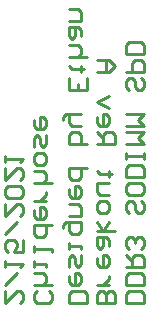
<source format=gbr>
%TF.GenerationSoftware,Altium Limited,Altium Designer,20.1.14 (287)*%
G04 Layer_Color=32896*
%FSLAX26Y26*%
%MOIN*%
%TF.SameCoordinates,6A0BC998-17C7-4340-AACC-798D36D37454*%
%TF.FilePolarity,Positive*%
%TF.FileFunction,Legend,Bot*%
%TF.Part,Single*%
G01*
G75*
%TA.AperFunction,NonConductor*%
%ADD18C,0.010000*%
D18*
X1613881Y3020000D02*
X1553900D01*
Y3049990D01*
X1563897Y3059987D01*
X1603884D01*
X1613881Y3049990D01*
Y3020000D01*
Y3079981D02*
X1553900D01*
Y3109971D01*
X1563897Y3119968D01*
X1603884D01*
X1613881Y3109971D01*
Y3079981D01*
X1553900Y3139961D02*
X1613881D01*
Y3169952D01*
X1603884Y3179948D01*
X1583891D01*
X1573894Y3169952D01*
Y3139961D01*
Y3159955D02*
X1553900Y3179948D01*
X1603884Y3199942D02*
X1613881Y3209939D01*
Y3229932D01*
X1603884Y3239929D01*
X1593888D01*
X1583891Y3229932D01*
Y3219935D01*
Y3229932D01*
X1573894Y3239929D01*
X1563897D01*
X1553900Y3229932D01*
Y3209939D01*
X1563897Y3199942D01*
X1603884Y3359890D02*
X1613881Y3349893D01*
Y3329900D01*
X1603884Y3319903D01*
X1593888D01*
X1583891Y3329900D01*
Y3349893D01*
X1573894Y3359890D01*
X1563897D01*
X1553900Y3349893D01*
Y3329900D01*
X1563897Y3319903D01*
X1613881Y3409874D02*
Y3389881D01*
X1603884Y3379884D01*
X1563897D01*
X1553900Y3389881D01*
Y3409874D01*
X1563897Y3419871D01*
X1603884D01*
X1613881Y3409874D01*
Y3439864D02*
X1553900D01*
Y3469855D01*
X1563897Y3479851D01*
X1603884D01*
X1613881Y3469855D01*
Y3439864D01*
Y3499845D02*
Y3519838D01*
Y3509842D01*
X1553900D01*
Y3499845D01*
Y3519838D01*
Y3549829D02*
X1613881D01*
X1593888Y3569822D01*
X1613881Y3589816D01*
X1553900D01*
Y3609809D02*
X1613881D01*
X1593888Y3629803D01*
X1613881Y3649796D01*
X1553900D01*
X1603884Y3769758D02*
X1613881Y3759761D01*
Y3739767D01*
X1603884Y3729771D01*
X1593888D01*
X1583891Y3739767D01*
Y3759761D01*
X1573894Y3769758D01*
X1563897D01*
X1553900Y3759761D01*
Y3739767D01*
X1563897Y3729771D01*
X1553900Y3789751D02*
X1613881D01*
Y3819741D01*
X1603884Y3829738D01*
X1583891D01*
X1573894Y3819741D01*
Y3789751D01*
X1613881Y3849732D02*
X1553900D01*
Y3879722D01*
X1563897Y3889719D01*
X1603884D01*
X1613881Y3879722D01*
Y3849732D01*
X1517904Y3020000D02*
X1457924D01*
Y3049990D01*
X1467920Y3059987D01*
X1477917D01*
X1487914Y3049990D01*
Y3020000D01*
Y3049990D01*
X1497911Y3059987D01*
X1507908D01*
X1517904Y3049990D01*
Y3020000D01*
X1497911Y3079981D02*
X1457924D01*
X1477917D01*
X1487914Y3089977D01*
X1497911Y3099974D01*
Y3109971D01*
X1457924Y3169952D02*
Y3149958D01*
X1467920Y3139961D01*
X1487914D01*
X1497911Y3149958D01*
Y3169952D01*
X1487914Y3179948D01*
X1477917D01*
Y3139961D01*
X1497911Y3209939D02*
Y3229932D01*
X1487914Y3239929D01*
X1457924D01*
Y3209939D01*
X1467920Y3199942D01*
X1477917Y3209939D01*
Y3239929D01*
X1457924Y3259923D02*
X1517904D01*
X1477917D02*
X1497911Y3289913D01*
X1477917Y3259923D02*
X1457924Y3289913D01*
Y3329900D02*
Y3349893D01*
X1467920Y3359890D01*
X1487914D01*
X1497911Y3349893D01*
Y3329900D01*
X1487914Y3319903D01*
X1467920D01*
X1457924Y3329900D01*
X1497911Y3379884D02*
X1467920D01*
X1457924Y3389881D01*
Y3419871D01*
X1497911D01*
X1507908Y3449861D02*
X1497911D01*
Y3439864D01*
Y3459858D01*
Y3449861D01*
X1467920D01*
X1457924Y3459858D01*
Y3549829D02*
X1517904D01*
Y3579819D01*
X1507908Y3589816D01*
X1487914D01*
X1477917Y3579819D01*
Y3549829D01*
Y3569822D02*
X1457924Y3589816D01*
Y3639800D02*
Y3619806D01*
X1467920Y3609809D01*
X1487914D01*
X1497911Y3619806D01*
Y3639800D01*
X1487914Y3649796D01*
X1477917D01*
Y3609809D01*
X1497911Y3669790D02*
X1457924Y3689783D01*
X1497911Y3709777D01*
X1457924Y3789751D02*
X1497911D01*
X1517904Y3809745D01*
X1497911Y3829738D01*
X1457924D01*
X1487914D01*
Y3789751D01*
X1421928Y3020000D02*
X1361947D01*
Y3049990D01*
X1371944Y3059987D01*
X1411931D01*
X1421928Y3049990D01*
Y3020000D01*
X1361947Y3109971D02*
Y3089977D01*
X1371944Y3079981D01*
X1391937D01*
X1401934Y3089977D01*
Y3109971D01*
X1391937Y3119968D01*
X1381940D01*
Y3079981D01*
X1361947Y3139961D02*
Y3169952D01*
X1371944Y3179948D01*
X1381940Y3169952D01*
Y3149958D01*
X1391937Y3139961D01*
X1401934Y3149958D01*
Y3179948D01*
X1361947Y3199942D02*
Y3219935D01*
Y3209939D01*
X1401934D01*
Y3199942D01*
X1341954Y3269919D02*
Y3279916D01*
X1351950Y3289913D01*
X1401934D01*
Y3259923D01*
X1391937Y3249926D01*
X1371944D01*
X1361947Y3259923D01*
Y3289913D01*
Y3309906D02*
X1401934D01*
Y3339897D01*
X1391937Y3349893D01*
X1361947D01*
Y3399877D02*
Y3379884D01*
X1371944Y3369887D01*
X1391937D01*
X1401934Y3379884D01*
Y3399877D01*
X1391937Y3409874D01*
X1381940D01*
Y3369887D01*
X1421928Y3469855D02*
X1361947D01*
Y3439864D01*
X1371944Y3429867D01*
X1391937D01*
X1401934Y3439864D01*
Y3469855D01*
X1421928Y3549829D02*
X1361947D01*
Y3579819D01*
X1371944Y3589816D01*
X1381940D01*
X1391937D01*
X1401934Y3579819D01*
Y3549829D01*
Y3609809D02*
X1371944D01*
X1361947Y3619806D01*
Y3649796D01*
X1351950D01*
X1341954Y3639800D01*
Y3629803D01*
X1361947Y3649796D02*
X1401934D01*
X1421928Y3769758D02*
Y3729771D01*
X1361947D01*
Y3769758D01*
X1391937Y3729771D02*
Y3749764D01*
X1411931Y3799748D02*
X1401934D01*
Y3789751D01*
Y3809745D01*
Y3799748D01*
X1371944D01*
X1361947Y3809745D01*
X1421928Y3839735D02*
X1361947D01*
X1391937D01*
X1401934Y3849732D01*
Y3869725D01*
X1391937Y3879722D01*
X1361947D01*
X1401934Y3909712D02*
Y3929706D01*
X1391937Y3939703D01*
X1361947D01*
Y3909712D01*
X1371944Y3899715D01*
X1381940Y3909712D01*
Y3939703D01*
X1361947Y3959696D02*
X1401934D01*
Y3989686D01*
X1391937Y3999683D01*
X1361947D01*
X1295961Y3059987D02*
X1305957Y3049990D01*
Y3029997D01*
X1295961Y3020000D01*
X1255974D01*
X1245977Y3029997D01*
Y3049990D01*
X1255974Y3059987D01*
X1305957Y3079981D02*
X1245977D01*
X1275967D01*
X1285964Y3089977D01*
Y3109971D01*
X1275967Y3119968D01*
X1245977D01*
Y3139961D02*
Y3159955D01*
Y3149958D01*
X1285964D01*
Y3139961D01*
X1245977Y3189945D02*
Y3209939D01*
Y3199942D01*
X1305957D01*
Y3189945D01*
Y3279916D02*
X1245977D01*
Y3249926D01*
X1255974Y3239929D01*
X1275967D01*
X1285964Y3249926D01*
Y3279916D01*
X1245977Y3329900D02*
Y3309906D01*
X1255974Y3299910D01*
X1275967D01*
X1285964Y3309906D01*
Y3329900D01*
X1275967Y3339897D01*
X1265970D01*
Y3299910D01*
X1285964Y3359890D02*
X1245977D01*
X1265970D01*
X1275967Y3369887D01*
X1285964Y3379884D01*
Y3389880D01*
X1305957Y3419871D02*
X1245977D01*
X1275967D01*
X1285964Y3429867D01*
Y3449861D01*
X1275967Y3459858D01*
X1245977D01*
Y3489848D02*
Y3509842D01*
X1255974Y3519838D01*
X1275967D01*
X1285964Y3509842D01*
Y3489848D01*
X1275967Y3479851D01*
X1255974D01*
X1245977Y3489848D01*
Y3539832D02*
Y3569822D01*
X1255974Y3579819D01*
X1265970Y3569822D01*
Y3549829D01*
X1275967Y3539832D01*
X1285964Y3549829D01*
Y3579819D01*
X1245977Y3629803D02*
Y3609809D01*
X1255974Y3599812D01*
X1275967D01*
X1285964Y3609809D01*
Y3629803D01*
X1275967Y3639800D01*
X1265970D01*
Y3599812D01*
X1150000Y3059987D02*
Y3020000D01*
X1189987Y3059987D01*
X1199984D01*
X1209981Y3049990D01*
Y3029997D01*
X1199984Y3020000D01*
X1150000Y3079981D02*
X1189987Y3119968D01*
X1150000Y3139961D02*
Y3159955D01*
Y3149958D01*
X1209981D01*
X1199984Y3139961D01*
X1209981Y3229932D02*
Y3189945D01*
X1179990D01*
X1189987Y3209939D01*
Y3219935D01*
X1179990Y3229932D01*
X1159997D01*
X1150000Y3219935D01*
Y3199942D01*
X1159997Y3189945D01*
X1150000Y3249926D02*
X1189987Y3289913D01*
X1150000Y3349893D02*
Y3309906D01*
X1189987Y3349893D01*
X1199984D01*
X1209981Y3339897D01*
Y3319903D01*
X1199984Y3309906D01*
Y3369887D02*
X1209981Y3379884D01*
Y3399877D01*
X1199984Y3409874D01*
X1159997D01*
X1150000Y3399877D01*
Y3379884D01*
X1159997Y3369887D01*
X1199984D01*
X1150000Y3469855D02*
Y3429867D01*
X1189987Y3469855D01*
X1199984D01*
X1209981Y3459858D01*
Y3439864D01*
X1199984Y3429867D01*
X1150000Y3489848D02*
Y3509842D01*
Y3499845D01*
X1209981D01*
X1199984Y3489848D01*
%TF.MD5,bf16b590aee6c5b313d719d026752426*%
M02*

</source>
